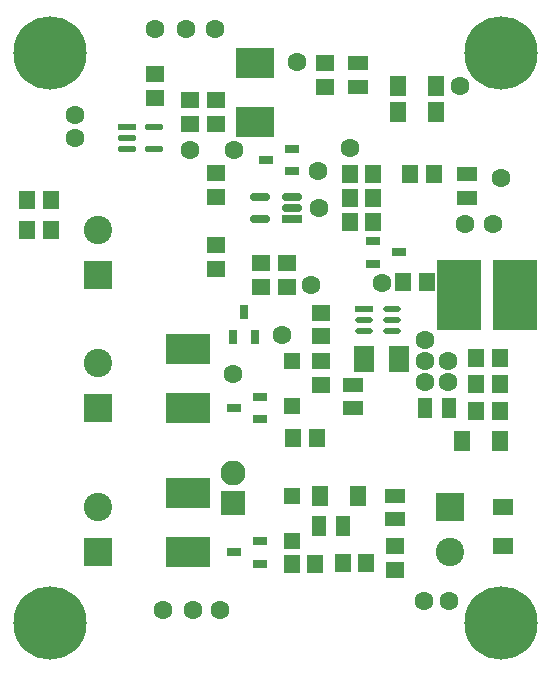
<source format=gts>
%FSTAX24Y24*%
%MOIN*%
%SFA1B1*%

%IPPOS*%
%AMD22*
4,1,8,0.020500,0.009800,-0.020500,0.009800,-0.030300,0.000000,-0.030300,0.000000,-0.020500,-0.009800,0.020500,-0.009800,0.030300,0.000000,0.030300,0.000000,0.020500,0.009800,0.0*
1,1,0.019600,0.020500,0.000000*
1,1,0.019600,-0.020500,0.000000*
1,1,0.019600,-0.020500,0.000000*
1,1,0.019600,0.020500,0.000000*
%
%AMD25*
4,1,8,0.022400,0.009800,-0.022400,0.009800,-0.032200,0.000000,-0.032200,0.000000,-0.022400,-0.009800,0.022400,-0.009800,0.032200,0.000000,0.032200,0.000000,0.022400,0.009800,0.0*
1,1,0.019600,0.022400,0.000000*
1,1,0.019600,-0.022400,0.000000*
1,1,0.019600,-0.022400,0.000000*
1,1,0.019600,0.022400,0.000000*
%
%AMD49*
4,1,8,-0.020500,-0.013800,0.020500,-0.013800,0.034300,0.000000,0.034300,0.000000,0.020500,0.013800,-0.020500,0.013800,-0.034300,0.000000,-0.034300,0.000000,-0.020500,-0.013800,0.0*
1,1,0.027600,-0.020500,0.000000*
1,1,0.027600,0.020500,0.000000*
1,1,0.027600,0.020500,0.000000*
1,1,0.027600,-0.020500,0.000000*
%
G04~CAMADD=22~8~0.0~0.0~606.0~197.0~98.0~0.0~15~0.0~0.0~0.0~0.0~0~0.0~0.0~0.0~0.0~0~0.0~0.0~0.0~0.0~606.0~197.0*
%ADD22D22*%
%ADD23R,0.060600X0.019700*%
%ADD24R,0.064500X0.019700*%
G04~CAMADD=25~8~0.0~0.0~645.0~197.0~98.0~0.0~15~0.0~0.0~0.0~0.0~0~0.0~0.0~0.0~0.0~0~0.0~0.0~0.0~0.0~645.0~197.0*
%ADD25D25*%
%ADD41R,0.067100X0.047400*%
%ADD42R,0.047400X0.067100*%
%ADD43R,0.055200X0.067100*%
%ADD44R,0.067100X0.055200*%
%ADD45R,0.126000X0.098400*%
%ADD46R,0.145700X0.098400*%
%ADD47R,0.047400X0.031600*%
%ADD48R,0.031600X0.047400*%
G04~CAMADD=49~8~0.0~0.0~686.0~277.0~138.0~0.0~15~0.0~0.0~0.0~0.0~0~0.0~0.0~0.0~0.0~0~0.0~0.0~0.0~180.0~685.0~276.0*
%ADD49D49*%
%ADD50R,0.068600X0.027700*%
%ADD51R,0.056000X0.055200*%
%ADD52R,0.145800X0.232400*%
%ADD53R,0.063100X0.055200*%
%ADD54R,0.055200X0.063100*%
%ADD55R,0.071000X0.086700*%
%ADD56R,0.055200X0.063100*%
%ADD57R,0.063100X0.055200*%
%ADD58C,0.094600*%
%ADD59R,0.094600X0.094600*%
%ADD60R,0.082800X0.082800*%
%ADD61C,0.082800*%
%ADD62C,0.244200*%
%ADD63C,0.063100*%
%LNpcb_source_iot-1*%
%LPD*%
G54D22*
X012762Y011949D03*
Y011575D03*
Y011201D03*
X011805D03*
Y011575D03*
G54D23*
X011805Y011949D03*
G54D24*
X003911Y018012D03*
G54D25*
X003911Y017638D03*
Y017264D03*
X004829D03*
Y018012D03*
G54D41*
X011457Y008622D03*
Y009409D03*
X011614Y019331D03*
Y020118D03*
X012835Y004921D03*
Y005709D03*
X015236Y01563D03*
Y016417D03*
G54D42*
X011102Y004685D03*
X010315D03*
X013858Y008622D03*
X014646D03*
G54D43*
X012939Y018504D03*
X014226D03*
X012939Y01937D03*
X014226D03*
X015065Y00752D03*
X016352D03*
X011628Y005709D03*
X010341D03*
G54D44*
X016457Y005329D03*
Y004041D03*
G54D45*
X008189Y01815D03*
Y020118D03*
G54D46*
X005945Y008622D03*
Y010591D03*
Y003819D03*
Y005787D03*
G54D47*
X008343Y008252D03*
Y008992D03*
X007483Y008622D03*
X012129Y014189D03*
Y013449D03*
X012989Y013819D03*
X008343Y003449D03*
Y004189D03*
X007483Y003819D03*
X009409Y016535D03*
Y017275D03*
X008549Y016905D03*
G54D48*
X007441Y010984D03*
X008181D03*
X007811Y011844D03*
G54D49*
X008354Y014921D03*
Y015669D03*
X009409D03*
Y015295D03*
G54D50*
X009409Y014921D03*
G54D51*
X009409Y008699D03*
Y010199D03*
Y004209D03*
Y005709D03*
G54D52*
X016831Y012402D03*
X01498D03*
G54D53*
X010394Y011024D03*
Y011811D03*
Y009409D03*
Y010197D03*
X004843Y018976D03*
Y019764D03*
X010512Y020118D03*
Y019331D03*
X00689Y013268D03*
Y014055D03*
X009252Y013465D03*
Y012677D03*
X00689Y015669D03*
Y016457D03*
X012835Y004016D03*
Y003228D03*
G54D54*
X010236Y007638D03*
X009449D03*
X012126Y014843D03*
X011339D03*
X014134Y016417D03*
X013346D03*
X011339Y01563D03*
X012126D03*
Y016417D03*
X011339D03*
X011102Y003465D03*
X01189D03*
X010197Y003449D03*
X009409D03*
X016339Y008543D03*
X015551D03*
G54D55*
X012992Y010276D03*
X011811D03*
G54D56*
X013898Y012835D03*
X01311D03*
X016339Y009449D03*
X015551D03*
X016339Y010315D03*
X015551D03*
X001378Y014567D03*
X000591D03*
X001378Y015551D03*
X000591D03*
G54D57*
X006024Y01811D03*
Y018898D03*
X00689Y01811D03*
Y018898D03*
X008386Y013465D03*
Y012677D03*
G54D58*
X002953Y010122D03*
Y014571D03*
X014685Y003819D03*
X002953Y005319D03*
G54D59*
X002953Y008622D03*
Y013071D03*
X014685Y005319D03*
X002953Y003819D03*
G54D60*
X007441Y005472D03*
G54D61*
X007441Y006472D03*
G54D62*
X016378Y020472D03*
Y001457D03*
X001339Y020472D03*
Y001457D03*
G54D63*
X007008Y00189D03*
X006102D03*
X005118D03*
X012402Y012795D03*
X00748Y017244D03*
X00685Y02126D03*
X005866D03*
X004843D03*
X011339Y017283D03*
X010276Y016535D03*
X015Y01937D03*
X015197Y014764D03*
X016102D03*
X016378Y016299D03*
X009094Y011063D03*
X013819Y002205D03*
X013858Y010906D03*
X014646Y002205D03*
X009567Y020157D03*
X002165Y018386D03*
Y017638D03*
X006024Y017244D03*
X010039Y012717D03*
X010315Y015315D03*
X007441Y009764D03*
X014606Y010197D03*
X013858Y009488D03*
X014606D03*
X013858Y010197D03*
M02*
</source>
